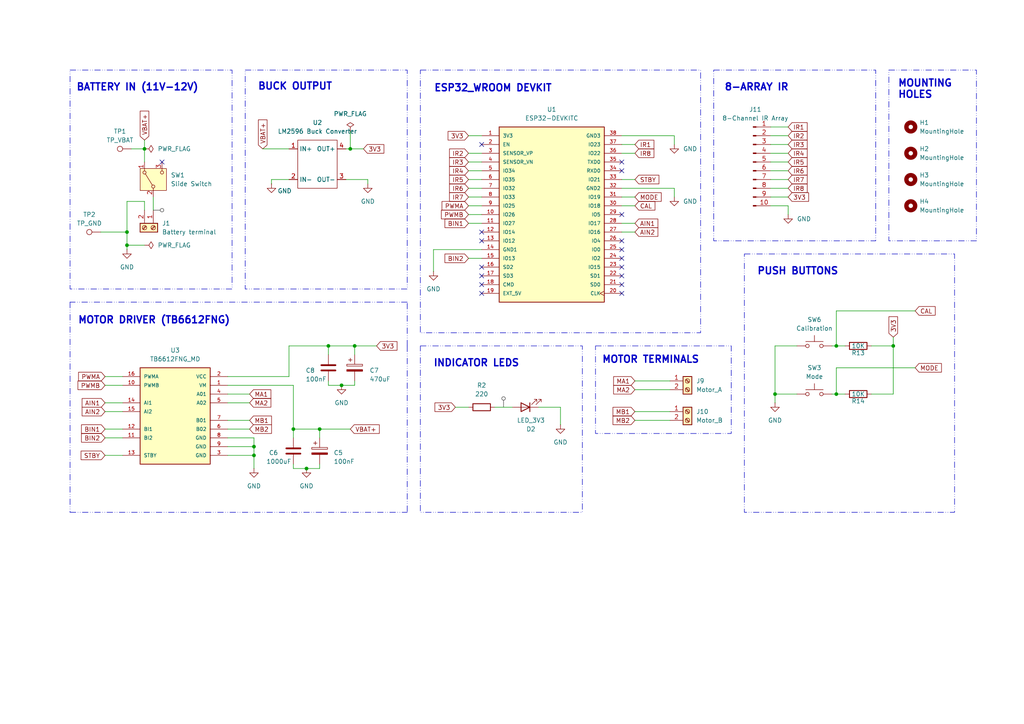
<source format=kicad_sch>
(kicad_sch (version 20250114) (generator "eeschema") (generator_version "9.0")
  (paper "A4")
  (title_block (title "Line Follower") (date "2026-02-05") (rev "v1.0"))
  (lib_symbols
    (symbol "Connector:Conn_01x10_Pin" (pin_names (offset 1.016) (hide yes))
      (property "Reference" "J" (at 0 12.7 0))
      (property "Value" "Conn_01x10_Pin" (at 0 -15.24 0))
      (symbol "Conn_01x10_Pin_1_1"
        (rectangle (start 0.8636 10.287) (end 0 10.033) (stroke (width 0.1524)) (fill (type outline)))
        (rectangle (start 0.8636 7.747) (end 0 7.493) (stroke (width 0.1524)) (fill (type outline)))
        (rectangle (start 0.8636 5.207) (end 0 4.953) (stroke (width 0.1524)) (fill (type outline)))
        (rectangle (start 0.8636 2.667) (end 0 2.413) (stroke (width 0.1524)) (fill (type outline)))
        (rectangle (start 0.8636 0.127) (end 0 -0.127) (stroke (width 0.1524)) (fill (type outline)))
        (rectangle (start 0.8636 -2.413) (end 0 -2.667) (stroke (width 0.1524)) (fill (type outline)))
        (rectangle (start 0.8636 -4.953) (end 0 -5.207) (stroke (width 0.1524)) (fill (type outline)))
        (rectangle (start 0.8636 -7.493) (end 0 -7.747) (stroke (width 0.1524)) (fill (type outline)))
        (rectangle (start 0.8636 -10.033) (end 0 -10.287) (stroke (width 0.1524)) (fill (type outline)))
        (rectangle (start 0.8636 -12.573) (end 0 -12.827) (stroke (width 0.1524)) (fill (type outline)))
        (polyline (pts (xy 1.27 10.16) (xy 0.8636 10.16)) (stroke (width 0.1524)))
        (polyline (pts (xy 1.27 7.62) (xy 0.8636 7.62)) (stroke (width 0.1524)))
        (polyline (pts (xy 1.27 5.08) (xy 0.8636 5.08)) (stroke (width 0.1524)))
        (polyline (pts (xy 1.27 2.54) (xy 0.8636 2.54)) (stroke (width 0.1524)))
        (polyline (pts (xy 1.27 0) (xy 0.8636 0)) (stroke (width 0.1524)))
        (polyline (pts (xy 1.27 -2.54) (xy 0.8636 -2.54)) (stroke (width 0.1524)))
        (polyline (pts (xy 1.27 -5.08) (xy 0.8636 -5.08)) (stroke (width 0.1524)))
        (polyline (pts (xy 1.27 -7.62) (xy 0.8636 -7.62)) (stroke (width 0.1524)))
        (polyline (pts (xy 1.27 -10.16) (xy 0.8636 -10.16)) (stroke (width 0.1524)))
        (polyline (pts (xy 1.27 -12.7) (xy 0.8636 -12.7)) (stroke (width 0.1524)))
        (pin passive line (at 5.08 10.16 180) (length 3.81) (name "Pin_1") (number "1"))
        (pin passive line (at 5.08 7.62 180) (length 3.81) (name "Pin_2") (number "2"))
        (pin passive line (at 5.08 5.08 180) (length 3.81) (name "Pin_3") (number "3"))
        (pin passive line (at 5.08 2.54 180) (length 3.81) (name "Pin_4") (number "4"))
        (pin passive line (at 5.08 0 180) (length 3.81) (name "Pin_5") (number "5"))
        (pin passive line (at 5.08 -2.54 180) (length 3.81) (name "Pin_6") (number "6"))
        (pin passive line (at 5.08 -5.08 180) (length 3.81) (name "Pin_7") (number "7"))
        (pin passive line (at 5.08 -7.62 180) (length 3.81) (name "Pin_8") (number "8"))
        (pin passive line (at 5.08 -10.16 180) (length 3.81) (name "Pin_9") (number "9"))
        (pin passive line (at 5.08 -12.7 180) (length 3.81) (name "Pin_10") (number "10"))
      )
    )
    (symbol "Connector:Screw_Terminal_01x02" (pin_names (offset 1.016) (hide yes))
      (property "Reference" "J" (at 0 2.54 0))
      (property "Value" "Screw_Terminal_01x02" (at 0 -5.08 0))
      (symbol "Screw_Terminal_01x02_1_1"
        (rectangle (start -1.27 1.27) (end 1.27 -3.81) (stroke (width 0.254)) (fill (type background)))
        (polyline (pts (xy -0.5334 0.3302) (xy 0.3302 -0.508)) (stroke (width 0.1524)))
        (polyline (pts (xy -0.5334 -2.2098) (xy 0.3302 -3.048)) (stroke (width 0.1524)))
        (polyline (pts (xy -0.3556 0.508) (xy 0.508 -0.3302)) (stroke (width 0.1524)))
        (polyline (pts (xy -0.3556 -2.032) (xy 0.508 -2.8702)) (stroke (width 0.1524)))
        (circle (center 0 0) (radius 0.635) (stroke (width 0.1524)))
        (circle (center 0 -2.54) (radius 0.635) (stroke (width 0.1524)))
        (pin passive line (at -5.08 0 0) (length 3.81) (name "Pin_1") (number "1"))
        (pin passive line (at -5.08 -2.54 0) (length 3.81) (name "Pin_2") (number "2"))
      )
    )
    (symbol "Connector:TestPoint" (pin_numbers (hide yes)) (pin_names (offset 0.762) (hide yes))
      (property "Reference" "TP" (at 0 6.858 0))
      (property "Value" "TestPoint" (at 0 5.08 0))
      (symbol "TestPoint_0_1"
        (circle (center 0 3.302) (radius 0.762))
      )
      (symbol "TestPoint_1_1"
        (pin passive line (at 0 0 90) (length 2.54) (name "1") (number "1"))
      )
    )
    (symbol "Device:C" (pin_numbers (hide yes)) (pin_names (offset 0.254))
      (property "Reference" "C" (at 0.635 2.54 0))
      (property "Value" "C" (at 0.635 -2.54 0))
      (symbol "C_0_1"
        (polyline (pts (xy -2.032 0.762) (xy 2.032 0.762)) (stroke (width 0.508)))
        (polyline (pts (xy -2.032 -0.762) (xy 2.032 -0.762)) (stroke (width 0.508)))
      )
      (symbol "C_1_1"
        (pin passive line (at 0 3.81 270) (length 2.794) (name "~") (number "1"))
        (pin passive line (at 0 -3.81 90) (length 2.794) (name "~") (number "2"))
      )
    )
    (symbol "Device:C_Polarized" (pin_numbers (hide yes)) (pin_names (offset 0.254))
      (property "Reference" "C" (at 0.635 2.54 0))
      (property "Value" "C_Polarized" (at 0.635 -2.54 0))
      (symbol "C_Polarized_0_1"
        (rectangle (start -2.286 0.508) (end 2.286 1.016))
        (polyline (pts (xy -1.778 2.286) (xy -0.762 2.286)))
        (polyline (pts (xy -1.27 2.794) (xy -1.27 1.778)))
        (rectangle (start 2.286 -0.508) (end -2.286 -1.016) (fill (type outline)))
      )
      (symbol "C_Polarized_1_1"
        (pin passive line (at 0 3.81 270) (length 2.794) (name "~") (number "1"))
        (pin passive line (at 0 -3.81 90) (length 2.794) (name "~") (number "2"))
      )
    )
    (symbol "Device:LED" (pin_numbers (hide yes)) (pin_names (offset 1.016) (hide yes))
      (property "Reference" "D" (at 0 2.54 0))
      (property "Value" "LED" (at 0 -2.54 0))
      (symbol "LED_0_1"
        (polyline (pts (xy -3.048 -0.762) (xy -4.572 -2.286) (xy -3.81 -2.286) (xy -4.572 -2.286) (xy -4.572 -1.524)))
        (polyline (pts (xy -1.778 -0.762) (xy -3.302 -2.286) (xy -2.54 -2.286) (xy -3.302 -2.286) (xy -3.302 -1.524)))
        (polyline (pts (xy -1.27 0) (xy 1.27 0)))
        (polyline (pts (xy -1.27 -1.27) (xy -1.27 1.27)) (stroke (width 0.254)))
        (polyline (pts (xy 1.27 -1.27) (xy 1.27 1.27) (xy -1.27 0) (xy 1.27 -1.27)) (stroke (width 0.254)))
      )
      (symbol "LED_1_1"
        (pin passive line (at -3.81 0 0) (length 2.54) (name "K") (number "1"))
        (pin passive line (at 3.81 0 180) (length 2.54) (name "A") (number "2"))
      )
    )
    (symbol "Device:R" (pin_numbers (hide yes)) (pin_names (offset 0))
      (property "Reference" "R" (at 2.032 0 90))
      (property "Value" "R" (at 0 0 90))
      (symbol "R_0_1"
        (rectangle (start -1.016 -2.54) (end 1.016 2.54) (stroke (width 0.254)))
      )
      (symbol "R_1_1"
        (pin passive line (at 0 3.81 270) (length 1.27) (name "~") (number "1"))
        (pin passive line (at 0 -3.81 90) (length 1.27) (name "~") (number "2"))
      )
    )
    (symbol "ESP32-DEVKITC:ESP32-DEVKITC" (pin_names (offset 1.016))
      (property "Reference" "U" (at -15.2572 26.0643 0))
      (property "Value" "ESP32-DEVKITC" (at -15.2563 -27.9698 0))
      (symbol "ESP32-DEVKITC_0_0"
        (rectangle (start -15.24 -25.4) (end 15.24 25.4) (stroke (width 0.254)) (fill (type background)))
        (pin power_in line (at -20.32 22.86 0) (length 5.08) (name "3V3") (number "1"))
        (pin input line (at -20.32 20.32 0) (length 5.08) (name "EN") (number "2"))
        (pin input line (at -20.32 17.78 0) (length 5.08) (name "SENSOR_VP") (number "3"))
        (pin input line (at -20.32 15.24 0) (length 5.08) (name "SENSOR_VN") (number "4"))
        (pin bidirectional line (at -20.32 12.7 0) (length 5.08) (name "IO34") (number "5"))
        (pin bidirectional line (at -20.32 10.16 0) (length 5.08) (name "IO35") (number "6"))
        (pin bidirectional line (at -20.32 7.62 0) (length 5.08) (name "IO32") (number "7"))
        (pin bidirectional line (at -20.32 5.08 0) (length 5.08) (name "IO33") (number "8"))
        (pin bidirectional line (at -20.32 2.54 0) (length 5.08) (name "IO25") (number "9"))
        (pin bidirectional line (at -20.32 0 0) (length 5.08) (name "IO26") (number "10"))
        (pin bidirectional line (at -20.32 -2.54 0) (length 5.08) (name "IO27") (number "11"))
        (pin bidirectional line (at -20.32 -5.08 0) (length 5.08) (name "IO14") (number "12"))
        (pin bidirectional line (at -20.32 -7.62 0) (length 5.08) (name "IO12") (number "13"))
        (pin power_in line (at -20.32 -10.16 0) (length 5.08) (name "GND1") (number "14"))
        (pin bidirectional line (at -20.32 -12.7 0) (length 5.08) (name "IO13") (number "15"))
        (pin bidirectional line (at -20.32 -15.24 0) (length 5.08) (name "SD2") (number "16"))
        (pin bidirectional line (at -20.32 -17.78 0) (length 5.08) (name "SD3") (number "17"))
        (pin bidirectional line (at -20.32 -20.32 0) (length 5.08) (name "CMD") (number "18"))
        (pin power_in line (at -20.32 -22.86 0) (length 5.08) (name "EXT_5V") (number "19"))
        (pin power_in line (at 20.32 22.86 180) (length 5.08) (name "GND3") (number "38"))
        (pin bidirectional line (at 20.32 20.32 180) (length 5.08) (name "IO23") (number "37"))
        (pin bidirectional line (at 20.32 17.78 180) (length 5.08) (name "IO22") (number "36"))
        (pin output line (at 20.32 15.24 180) (length 5.08) (name "TXD0") (number "35"))
        (pin input line (at 20.32 12.7 180) (length 5.08) (name "RXD0") (number "34"))
        (pin bidirectional line (at 20.32 10.16 180) (length 5.08) (name "IO21") (number "33"))
        (pin power_in line (at 20.32 7.62 180) (length 5.08) (name "GND2") (number "32"))
        (pin bidirectional line (at 20.32 5.08 180) (length 5.08) (name "IO19") (number "31"))
        (pin bidirectional line (at 20.32 2.54 180) (length 5.08) (name "IO18") (number "30"))
        (pin bidirectional line (at 20.32 0 180) (length 5.08) (name "IO5") (number "29"))
        (pin bidirectional line (at 20.32 -2.54 180) (length 5.08) (name "IO17") (number "28"))
        (pin bidirectional line (at 20.32 -5.08 180) (length 5.08) (name "IO16") (number "27"))
        (pin bidirectional line (at 20.32 -7.62 180) (length 5.08) (name "IO4") (number "26"))
        (pin bidirectional line (at 20.32 -10.16 180) (length 5.08) (name "IO0") (number "25"))
        (pin bidirectional line (at 20.32 -12.7 180) (length 5.08) (name "IO2") (number "24"))
        (pin bidirectional line (at 20.32 -15.24 180) (length 5.08) (name "IO15") (number "23"))
        (pin bidirectional line (at 20.32 -17.78 180) (length 5.08) (name "SD1") (number "22"))
        (pin bidirectional line (at 20.32 -20.32 180) (length 5.08) (name "SD0") (number "21"))
        (pin input clock (at 20.32 -22.86 180) (length 5.08) (name "CLK") (number "20"))
      )
    )
    (symbol "Mechanical:MountingHole" (pin_names (offset 1.016)) (in_bom no)
      (property "Reference" "H" (at 0 5.08 0))
      (property "Value" "MountingHole" (at 0 3.175 0))
      (symbol "MountingHole_0_1"
        (circle (center 0 0) (radius 1.27) (stroke (width 1.27)))
      )
    )
    (symbol "Switch:SW_Push" (pin_numbers (hide yes)) (pin_names (offset 1.016) (hide yes))
      (property "Reference" "SW" (at 1.27 2.54 0))
      (property "Value" "SW_Push" (at 0 -1.524 0))
      (symbol "SW_Push_0_1"
        (circle (center -2.032 0) (radius 0.508))
        (polyline (pts (xy 0 1.27) (xy 0 3.048)))
        (circle (center 2.032 0) (radius 0.508))
        (polyline (pts (xy 2.54 1.27) (xy -2.54 1.27)))
        (pin passive line (at -5.08 0 0) (length 2.54) (name "1") (number "1"))
        (pin passive line (at 5.08 0 180) (length 2.54) (name "2") (number "2"))
      )
    )
    (symbol "Switch:SW_SPDT" (pin_names (offset 0) (hide yes))
      (property "Reference" "SW" (at 0 5.08 0))
      (property "Value" "SW_SPDT" (at 0 -5.08 0))
      (symbol "SW_SPDT_0_1"
        (circle (center -2.032 0) (radius 0.4572))
        (polyline (pts (xy -1.651 0.254) (xy 1.651 2.286)))
        (circle (center 2.032 2.54) (radius 0.4572))
        (circle (center 2.032 -2.54) (radius 0.4572))
      )
      (symbol "SW_SPDT_1_1"
        (rectangle (start -3.175 3.81) (end 3.175 -3.81) (fill (type background)))
        (pin passive line (at -5.08 0 0) (length 2.54) (name "B") (number "2"))
        (pin passive line (at 5.08 2.54 180) (length 2.54) (name "A") (number "1"))
        (pin passive line (at 5.08 -2.54 180) (length 2.54) (name "C") (number "3"))
      )
    )
    (symbol "TB6612FNG:TB6612FNG_MD" (pin_names (offset 1.016))
      (property "Reference" "U" (at -9.652 17.018 0))
      (property "Value" "TB6612FNG_MD" (at -15.494 19.558 0))
      (symbol "TB6612FNG_MD_0_0"
        (rectangle (start -10.16 15.24) (end 10.16 -12.7) (stroke (width 0.254)) (fill (type background)))
        (pin input line (at -15.24 12.7 0) (length 5.08) (name "PWMA") (number "16"))
        (pin input line (at -15.24 10.16 0) (length 5.08) (name "PWMB") (number "10"))
        (pin input line (at -15.24 5.08 0) (length 5.08) (name "AI1") (number "14"))
        (pin input line (at -15.24 2.54 0) (length 5.08) (name "AI2") (number "15"))
        (pin input line (at -15.24 -2.54 0) (length 5.08) (name "BI1") (number "12"))
        (pin input line (at -15.24 -5.08 0) (length 5.08) (name "BI2") (number "11"))
        (pin input line (at -15.24 -10.16 0) (length 5.08) (name "STBY") (number "13"))
        (pin power_in line (at 15.24 12.7 180) (length 5.08) (name "VCC") (number "2"))
        (pin power_in line (at 15.24 10.16 180) (length 5.08) (name "VM") (number "1"))
        (pin output line (at 15.24 7.62 180) (length 5.08) (name "A01") (number "4"))
        (pin output line (at 15.24 5.08 180) (length 5.08) (name "A02") (number "5"))
        (pin output line (at 15.24 0 180) (length 5.08) (name "B01") (number "7"))
        (pin output line (at 15.24 -2.54 180) (length 5.08) (name "B02") (number "6"))
        (pin power_in line (at 15.24 -10.16 180) (length 5.08) (name "GND") (number "3"))
      )
      (symbol "TB6612FNG_MD_1_1"
        (pin power_in line (at 15.24 -5.08 180) (length 5.08) (name "GND") (number "8"))
        (pin power_in line (at 15.24 -7.62 180) (length 5.08) (name "GND") (number "9"))
      )
    )
    (symbol "buck_converter:LM2596_Module"
      (property "Reference" "U" (at 5.08 3.81 0))
      (property "Value" "LM2596 Buck Converter" (at 6.35 1.778 0))
      (symbol "LM2596_Module_0_1"
        (rectangle (start 0 0) (end 11.43 -13.97))
      )
      (symbol "LM2596_Module_1_1"
        (pin passive line (at -2.54 -2.54 0) (length 2.54) (name "IN+") (number "1"))
        (pin passive line (at -2.54 -11.43 0) (length 2.54) (name "IN-") (number "2"))
        (pin passive line (at 13.97 -2.54 180) (length 2.54) (name "OUT+") (number "4"))
        (pin passive line (at 13.97 -11.43 180) (length 2.54) (name "OUT-") (number "3"))
      )
    )
    (symbol "power:GND" (power) (pin_numbers (hide yes)) (pin_names (offset 0) (hide yes))
      (property "Value" "GND" (at 0 -3.81 0))
      (symbol "GND_0_1"
        (polyline (pts (xy 0 0) (xy 0 -1.27) (xy 1.27 -1.27) (xy 0 -2.54) (xy -1.27 -1.27) (xy 0 -1.27)))
      )
      (symbol "GND_1_1"
        (pin power_in line (at 0 0 270) (length 0) (name "~") (number "1"))
      )
    )
    (symbol "power:PWR_FLAG" (power) (pin_numbers (hide yes)) (pin_names (offset 0) (hide yes))
      (property "Value" "PWR_FLAG" (at 0 3.81 0))
      (symbol "PWR_FLAG_0_0"
        (pin power_out line (at 0 0 90) (length 0) (name "~") (number "1"))
      )
      (symbol "PWR_FLAG_0_1"
        (polyline (pts (xy 0 0) (xy 0 1.27) (xy -1.016 1.905) (xy 0 2.54) (xy 1.016 1.905) (xy 0 1.27)))
      )
    )
  )
  (rectangle (start 121.92 20.32) (end 203.2 96.52) (stroke (width 0) (type dash_dot_dot)))
  (rectangle (start 207.01 20.32) (end 254 69.85) (stroke (width 0) (type dash_dot_dot)))
  (rectangle (start 71.12 20.32) (end 118.11 83.82) (stroke (width 0) (type dash_dot_dot)))
  (rectangle (start 215.9 73.66) (end 276.86 148.59) (stroke (width 0) (type dash_dot_dot)))
  (rectangle (start 20.32 20.32) (end 67.31 83.82) (stroke (width 0) (type dash_dot_dot)))
  (rectangle (start 257.81 20.32) (end 283.21 69.85) (stroke (width 0) (type dash_dot_dot)))
  (rectangle (start 121.92 100.33) (end 168.91 148.59) (stroke (width 0) (type dash_dot_dot)))
  (rectangle (start 172.72 100.33) (end 212.09 125.73) (stroke (width 0) (type dash_dot_dot)))
  (text "BUCK OUTPUT\n" (at 85.598 25.146 0) (effects (font (size 2.032 2.032) (thickness 0.4064) (bold yes))))
  (text "8-ARRAY IR" (at 219.456 25.4 0) (effects (font (size 2.032 2.032) (thickness 0.4064) (bold yes))))
  (text "MOUNTING \nHOLES" (at 260.35 25.908 0) (effects (font (size 2.032 2.032) (thickness 0.4064) (bold yes)) (justify left)))
  (text "MOTOR TERMINALS" (at 188.722 104.394 0) (effects (font (size 2.032 2.032) (thickness 0.4064) (bold yes))))
  (text "INDICATOR LEDS" (at 138.176 105.41 0) (effects (font (size 2.032 2.032) (thickness 0.4064) (bold yes))))
  (text "BATTERY IN (11V-12V)" (at 39.878 25.4 0) (effects (font (size 2.032 2.032) (thickness 0.4064) (bold yes))))
  (text "PUSH BUTTONS" (at 231.394 78.74 0) (effects (font (size 2.032 2.032) (thickness 0.4064) (bold yes))))
  (text "MOTOR DRIVER (TB6612FNG)" (at 44.704 92.964 0) (effects (font (size 2.032 2.032) (thickness 0.4064) (bold yes))))
  (text "ESP32_WROOM DEVKIT" (at 143.002 25.654 0) (effects (font (size 2.032 2.032) (thickness 0.4064) (bold yes))))
  (junction (at 41.91 43.18))
  (junction (at 36.83 67.31))
  (junction (at 95.25 100.33))
  (junction (at 102.87 100.33))
  (junction (at 101.6 43.18))
  (junction (at 85.09 124.46))
  (junction (at 242.57 100.33))
  (junction (at 36.83 71.12))
  (junction (at 259.08 100.33))
  (junction (at 73.66 132.08))
  (junction (at 99.06 111.76))
  (junction (at 88.9 135.89))
  (junction (at 73.66 129.54))
  (junction (at 92.71 124.46))
  (junction (at 242.57 114.3))
  (junction (at 224.79 114.3))
  (no_connect (at 139.7 67.31))
  (no_connect (at 180.34 77.47))
  (no_connect (at 180.34 80.01))
  (no_connect (at 180.34 82.55))
  (no_connect (at 180.34 69.85))
  (no_connect (at 180.34 49.53))
  (no_connect (at 139.7 41.91))
  (no_connect (at 139.7 85.09))
  (no_connect (at 46.99 46.99))
  (no_connect (at 139.7 82.55))
  (no_connect (at 180.34 72.39))
  (no_connect (at 180.34 62.23))
  (no_connect (at 180.34 46.99))
  (no_connect (at 180.34 85.09))
  (no_connect (at 139.7 69.85))
  (no_connect (at 139.7 77.47))
  (no_connect (at 139.7 80.01))
  (no_connect (at 180.34 74.93))
  (polyline (pts (xy 20.32 87.63) (xy 20.32 148.59)) (stroke (width 0) (type dash_dot_dot)))
  (wire (pts (xy 223.52 49.53) (xy 228.6 49.53)))
  (wire (pts (xy 102.87 100.33) (xy 95.25 100.33)))
  (wire (pts (xy 259.08 97.79) (xy 259.08 100.33)))
  (wire (pts (xy 223.52 59.69) (xy 228.6 59.69)))
  (wire (pts (xy 180.34 57.15) (xy 184.15 57.15)))
  (wire (pts (xy 66.04 129.54) (xy 73.66 129.54)))
  (wire (pts (xy 184.15 119.38) (xy 194.31 119.38)))
  (wire (pts (xy 265.43 106.68) (xy 242.57 106.68)))
  (wire (pts (xy 101.6 38.1) (xy 101.6 43.18)))
  (wire (pts (xy 101.6 43.18) (xy 105.41 43.18)))
  (wire (pts (xy 195.58 39.37) (xy 180.34 39.37)))
  (wire (pts (xy 135.89 59.69) (xy 139.7 59.69)))
  (wire (pts (xy 36.83 71.12) (xy 41.91 71.12)))
  (wire (pts (xy 38.1 43.18) (xy 41.91 43.18)))
  (wire (pts (xy 66.04 132.08) (xy 73.66 132.08)))
  (polyline (pts (xy 118.11 100.33) (xy 118.11 100.33)) (stroke (width 0) (type dash_dot_dot)))
  (wire (pts (xy 135.89 52.07) (xy 139.7 52.07)))
  (wire (pts (xy 135.89 49.53) (xy 139.7 49.53)))
  (wire (pts (xy 99.06 111.76) (xy 102.87 111.76)))
  (wire (pts (xy 195.58 57.15) (xy 195.58 54.61)))
  (wire (pts (xy 41.91 60.96) (xy 41.91 58.42)))
  (wire (pts (xy 106.68 52.07) (xy 100.33 52.07)))
  (wire (pts (xy 223.52 46.99) (xy 228.6 46.99)))
  (wire (pts (xy 95.25 100.33) (xy 95.25 102.87)))
  (wire (pts (xy 184.15 121.92) (xy 194.31 121.92)))
  (wire (pts (xy 41.91 43.18) (xy 41.91 46.99)))
  (wire (pts (xy 30.48 116.84) (xy 35.56 116.84)))
  (polyline (pts (xy 20.32 148.59) (xy 118.11 148.59)) (stroke (width 0) (type dash_dot_dot)))
  (wire (pts (xy 135.89 64.77) (xy 139.7 64.77)))
  (wire (pts (xy 135.89 62.23) (xy 139.7 62.23)))
  (wire (pts (xy 95.25 111.76) (xy 99.06 111.76)))
  (wire (pts (xy 36.83 71.12) (xy 36.83 72.39)))
  (wire (pts (xy 135.89 44.45) (xy 139.7 44.45)))
  (wire (pts (xy 30.48 127) (xy 35.56 127)))
  (wire (pts (xy 184.15 110.49) (xy 194.31 110.49)))
  (wire (pts (xy 223.52 36.83) (xy 228.6 36.83)))
  (wire (pts (xy 83.82 100.33) (xy 83.82 109.22)))
  (wire (pts (xy 92.71 124.46) (xy 92.71 127)))
  (wire (pts (xy 242.57 106.68) (xy 242.57 114.3)))
  (wire (pts (xy 125.73 78.74) (xy 125.73 72.39)))
  (wire (pts (xy 106.68 53.34) (xy 106.68 52.07)))
  (wire (pts (xy 78.74 53.34) (xy 78.74 52.07)))
  (wire (pts (xy 180.34 67.31) (xy 184.15 67.31)))
  (wire (pts (xy 44.45 57.15) (xy 44.45 60.96)))
  (wire (pts (xy 135.89 57.15) (xy 139.7 57.15)))
  (wire (pts (xy 66.04 124.46) (xy 72.39 124.46)))
  (wire (pts (xy 180.34 44.45) (xy 184.15 44.45)))
  (wire (pts (xy 184.15 113.03) (xy 194.31 113.03)))
  (wire (pts (xy 135.89 54.61) (xy 139.7 54.61)))
  (wire (pts (xy 224.79 114.3) (xy 231.14 114.3)))
  (wire (pts (xy 180.34 41.91) (xy 184.15 41.91)))
  (polyline (pts (xy 118.11 87.63) (xy 20.32 87.63)) (stroke (width 0) (type dash_dot_dot)))
  (wire (pts (xy 135.89 46.99) (xy 139.7 46.99)))
  (wire (pts (xy 29.21 67.31) (xy 36.83 67.31)))
  (wire (pts (xy 259.08 100.33) (xy 259.08 114.3)))
  (wire (pts (xy 135.89 74.93) (xy 139.7 74.93)))
  (wire (pts (xy 228.6 59.69) (xy 228.6 62.23)))
  (wire (pts (xy 92.71 135.89) (xy 92.71 134.62)))
  (wire (pts (xy 224.79 114.3) (xy 224.79 116.84)))
  (wire (pts (xy 83.82 109.22) (xy 66.04 109.22)))
  (wire (pts (xy 30.48 132.08) (xy 35.56 132.08)))
  (wire (pts (xy 223.52 44.45) (xy 228.6 44.45)))
  (wire (pts (xy 30.48 119.38) (xy 35.56 119.38)))
  (wire (pts (xy 73.66 129.54) (xy 73.66 132.08)))
  (wire (pts (xy 223.52 54.61) (xy 228.6 54.61)))
  (wire (pts (xy 85.09 127) (xy 85.09 124.46)))
  (wire (pts (xy 85.09 111.76) (xy 85.09 124.46)))
  (wire (pts (xy 252.73 100.33) (xy 259.08 100.33)))
  (wire (pts (xy 88.9 135.89) (xy 92.71 135.89)))
  (polyline (pts (xy 118.11 100.33) (xy 118.11 148.59)) (stroke (width 0) (type dash_dot_dot)))
  (wire (pts (xy 36.83 67.31) (xy 36.83 71.12)))
  (wire (pts (xy 30.48 111.76) (xy 35.56 111.76)))
  (wire (pts (xy 180.34 59.69) (xy 184.15 59.69)))
  (wire (pts (xy 95.25 110.49) (xy 95.25 111.76)))
  (wire (pts (xy 30.48 109.22) (xy 35.56 109.22)))
  (wire (pts (xy 223.52 52.07) (xy 228.6 52.07)))
  (wire (pts (xy 83.82 100.33) (xy 95.25 100.33)))
  (wire (pts (xy 162.56 118.11) (xy 162.56 123.19)))
  (wire (pts (xy 73.66 132.08) (xy 73.66 135.89)))
  (wire (pts (xy 241.3 100.33) (xy 242.57 100.33)))
  (wire (pts (xy 30.48 124.46) (xy 35.56 124.46)))
  (wire (pts (xy 85.09 135.89) (xy 88.9 135.89)))
  (wire (pts (xy 224.79 100.33) (xy 224.79 114.3)))
  (wire (pts (xy 156.21 118.11) (xy 162.56 118.11)))
  (wire (pts (xy 66.04 114.3) (xy 72.39 114.3)))
  (wire (pts (xy 78.74 52.07) (xy 83.82 52.07)))
  (wire (pts (xy 66.04 116.84) (xy 72.39 116.84)))
  (wire (pts (xy 102.87 102.87) (xy 102.87 100.33)))
  (wire (pts (xy 109.22 100.33) (xy 102.87 100.33)))
  (wire (pts (xy 76.2 43.18) (xy 83.82 43.18)))
  (wire (pts (xy 242.57 90.17) (xy 242.57 100.33)))
  (wire (pts (xy 252.73 114.3) (xy 259.08 114.3)))
  (wire (pts (xy 135.89 39.37) (xy 139.7 39.37)))
  (wire (pts (xy 100.33 43.18) (xy 101.6 43.18)))
  (wire (pts (xy 66.04 127) (xy 73.66 127)))
  (wire (pts (xy 85.09 134.62) (xy 85.09 135.89)))
  (wire (pts (xy 223.52 57.15) (xy 228.6 57.15)))
  (wire (pts (xy 180.34 64.77) (xy 184.15 64.77)))
  (wire (pts (xy 73.66 127) (xy 73.66 129.54)))
  (wire (pts (xy 265.43 90.17) (xy 242.57 90.17)))
  (wire (pts (xy 223.52 39.37) (xy 228.6 39.37)))
  (wire (pts (xy 41.91 58.42) (xy 36.83 58.42)))
  (wire (pts (xy 66.04 111.76) (xy 85.09 111.76)))
  (wire (pts (xy 143.51 118.11) (xy 148.59 118.11)))
  (wire (pts (xy 180.34 52.07) (xy 184.15 52.07)))
  (wire (pts (xy 102.87 111.76) (xy 102.87 110.49)))
  (wire (pts (xy 242.57 114.3) (xy 245.11 114.3)))
  (wire (pts (xy 132.08 118.11) (xy 135.89 118.11)))
  (wire (pts (xy 85.09 124.46) (xy 92.71 124.46)))
  (polyline (pts (xy 118.11 100.33) (xy 118.11 87.63)) (stroke (width 0) (type dash_dot_dot)))
  (wire (pts (xy 101.6 124.46) (xy 92.71 124.46)))
  (wire (pts (xy 41.91 40.64) (xy 41.91 43.18)))
  (wire (pts (xy 66.04 121.92) (xy 72.39 121.92)))
  (wire (pts (xy 223.52 41.91) (xy 228.6 41.91)))
  (wire (pts (xy 242.57 100.33) (xy 245.11 100.33)))
  (wire (pts (xy 36.83 58.42) (xy 36.83 67.31)))
  (wire (pts (xy 241.3 114.3) (xy 242.57 114.3)))
  (wire (pts (xy 224.79 100.33) (xy 231.14 100.33)))
  (wire (pts (xy 195.58 54.61) (xy 180.34 54.61)))
  (wire (pts (xy 125.73 72.39) (xy 139.7 72.39)))
  (wire (pts (xy 195.58 41.91) (xy 195.58 39.37)))
  (global_label "PWMB" (shape input) (at 135.89 62.23 180) (property "Intersheetrefs" "${INTERSHEET_REFS}" (effects (hide yes))))
  (global_label "PWMB" (shape input) (at 30.48 111.76 180) (property "Intersheetrefs" "${INTERSHEET_REFS}" (effects (hide yes))))
  (global_label "MA1" (shape input) (at 72.39 114.3 0) (property "Intersheetrefs" "${INTERSHEET_REFS}" (effects (hide yes))))
  (global_label "MA1" (shape input) (at 184.15 110.49 180) (property "Intersheetrefs" "${INTERSHEET_REFS}" (effects (hide yes))))
  (global_label "3V3" (shape input) (at 259.08 97.79 90) (property "Intersheetrefs" "${INTERSHEET_REFS}" (effects (hide yes))))
  (global_label "MA2" (shape input) (at 72.39 116.84 0) (property "Intersheetrefs" "${INTERSHEET_REFS}" (effects (hide yes))))
  (global_label "IR5" (shape input) (at 228.6 46.99 0) (property "Intersheetrefs" "${INTERSHEET_REFS}" (effects (hide yes))))
  (global_label "3V3" (shape input) (at 105.41 43.18 0) (property "Intersheetrefs" "${INTERSHEET_REFS}" (effects (hide yes))))
  (global_label "CAL" (shape input) (at 184.15 59.69 0) (property "Intersheetrefs" "${INTERSHEET_REFS}" (effects (hide yes))))
  (global_label "3V3" (shape input) (at 109.22 100.33 0) (property "Intersheetrefs" "${INTERSHEET_REFS}" (effects (hide yes))))
  (global_label "IR6" (shape input) (at 135.89 54.61 180) (property "Intersheetrefs" "${INTERSHEET_REFS}" (effects (hide yes))))
  (global_label "MB2" (shape input) (at 72.39 124.46 0) (property "Intersheetrefs" "${INTERSHEET_REFS}" (effects (hide yes))))
  (global_label "MODE" (shape input) (at 265.43 106.68 0) (property "Intersheetrefs" "${INTERSHEET_REFS}" (effects (hide yes))))
  (global_label "MA2" (shape input) (at 184.15 113.03 180) (property "Intersheetrefs" "${INTERSHEET_REFS}" (effects (hide yes))))
  (global_label "IR7" (shape input) (at 135.89 57.15 180) (property "Intersheetrefs" "${INTERSHEET_REFS}" (effects (hide yes))))
  (global_label "VBAT+" (shape input) (at 76.2 43.18 90) (property "Intersheetrefs" "${INTERSHEET_REFS}" (effects (hide yes))))
  (global_label "IR7" (shape input) (at 228.6 52.07 0) (property "Intersheetrefs" "${INTERSHEET_REFS}" (effects (hide yes))))
  (global_label "MB2" (shape input) (at 184.15 121.92 180) (property "Intersheetrefs" "${INTERSHEET_REFS}" (effects (hide yes))))
  (global_label "IR2" (shape input) (at 228.6 39.37 0) (property "Intersheetrefs" "${INTERSHEET_REFS}" (effects (hide yes))))
  (global_label "STBY" (shape input) (at 184.15 52.07 0) (property "Intersheetrefs" "${INTERSHEET_REFS}" (effects (hide yes))))
  (global_label "CAL" (shape input) (at 265.43 90.17 0) (property "Intersheetrefs" "${INTERSHEET_REFS}" (effects (hide yes))))
  (global_label "IR3" (shape input) (at 228.6 41.91 0) (property "Intersheetrefs" "${INTERSHEET_REFS}" (effects (hide yes))))
  (global_label "AIN2" (shape input) (at 30.48 119.38 180) (property "Intersheetrefs" "${INTERSHEET_REFS}" (effects (hide yes))))
  (global_label "3V3" (shape input) (at 135.89 39.37 180) (property "Intersheetrefs" "${INTERSHEET_REFS}" (effects (hide yes))))
  (global_label "3V3" (shape input) (at 132.08 118.11 180) (property "Intersheetrefs" "${INTERSHEET_REFS}" (effects (hide yes))))
  (global_label "PWMA" (shape input) (at 135.89 59.69 180) (property "Intersheetrefs" "${INTERSHEET_REFS}" (effects (hide yes))))
  (global_label "AIN1" (shape input) (at 184.15 64.77 0) (property "Intersheetrefs" "${INTERSHEET_REFS}" (effects (hide yes))))
  (global_label "BIN1" (shape input) (at 135.89 64.77 180) (property "Intersheetrefs" "${INTERSHEET_REFS}" (effects (hide yes))))
  (global_label "MODE" (shape input) (at 184.15 57.15 0) (property "Intersheetrefs" "${INTERSHEET_REFS}" (effects (hide yes))))
  (global_label "3V3" (shape input) (at 228.6 57.15 0) (property "Intersheetrefs" "${INTERSHEET_REFS}" (effects (hide yes))))
  (global_label "VBAT+" (shape input) (at 41.91 40.64 90) (property "Intersheetrefs" "${INTERSHEET_REFS}" (effects (hide yes))))
  (global_label "IR1" (shape input) (at 184.15 41.91 0) (property "Intersheetrefs" "${INTERSHEET_REFS}" (effects (hide yes))))
  (global_label "IR6" (shape input) (at 228.6 49.53 0) (property "Intersheetrefs" "${INTERSHEET_REFS}" (effects (hide yes))))
  (global_label "AIN2" (shape input) (at 184.15 67.31 0) (property "Intersheetrefs" "${INTERSHEET_REFS}" (effects (hide yes))))
  (global_label "BIN2" (shape input) (at 30.48 127 180) (property "Intersheetrefs" "${INTERSHEET_REFS}" (effects (hide yes))))
  (global_label "IR5" (shape input) (at 135.89 52.07 180) (property "Intersheetrefs" "${INTERSHEET_REFS}" (effects (hide yes))))
  (global_label "IR2" (shape input) (at 135.89 44.45 180) (property "Intersheetrefs" "${INTERSHEET_REFS}" (effects (hide yes))))
  (global_label "BIN1" (shape input) (at 30.48 124.46 180) (property "Intersheetrefs" "${INTERSHEET_REFS}" (effects (hide yes))))
  (global_label "MB1" (shape input) (at 184.15 119.38 180) (property "Intersheetrefs" "${INTERSHEET_REFS}" (effects (hide yes))))
  (global_label "IR1" (shape input) (at 228.6 36.83 0) (property "Intersheetrefs" "${INTERSHEET_REFS}" (effects (hide yes))))
  (global_label "STBY" (shape input) (at 30.48 132.08 180) (property "Intersheetrefs" "${INTERSHEET_REFS}" (effects (hide yes))))
  (global_label "IR8" (shape input) (at 228.6 54.61 0) (property "Intersheetrefs" "${INTERSHEET_REFS}" (effects (hide yes))))
  (global_label "PWMA" (shape input) (at 30.48 109.22 180) (property "Intersheetrefs" "${INTERSHEET_REFS}" (effects (hide yes))))
  (global_label "BIN2" (shape input) (at 135.89 74.93 180) (property "Intersheetrefs" "${INTERSHEET_REFS}" (effects (hide yes))))
  (global_label "AIN1" (shape input) (at 30.48 116.84 180) (property "Intersheetrefs" "${INTERSHEET_REFS}" (effects (hide yes))))
  (global_label "IR8" (shape input) (at 184.15 44.45 0) (property "Intersheetrefs" "${INTERSHEET_REFS}" (effects (hide yes))))
  (global_label "IR4" (shape input) (at 135.89 49.53 180) (property "Intersheetrefs" "${INTERSHEET_REFS}" (effects (hide yes))))
  (global_label "MB1" (shape input) (at 72.39 121.92 0) (property "Intersheetrefs" "${INTERSHEET_REFS}" (effects (hide yes))))
  (global_label "IR4" (shape input) (at 228.6 44.45 0) (property "Intersheetrefs" "${INTERSHEET_REFS}" (effects (hide yes))))
  (global_label "VBAT+" (shape input) (at 101.6 124.46 0) (property "Intersheetrefs" "${INTERSHEET_REFS}" (effects (hide yes))))
  (global_label "IR3" (shape input) (at 135.89 46.99 180) (property "Intersheetrefs" "${INTERSHEET_REFS}" (effects (hide yes))))
  (netclass_flag "" (length 2.54) (shape round) (at 146.05 118.11 0) (property "Netclass" "Default" (effects (hide yes))))
  (netclass_flag "" (length 2.54) (shape round) (at 44.45 60.96 270) (property "Netclass" "VBAT" (effects (hide yes))))
  (symbol (lib_id "Connector:Screw_Terminal_01x02") (at 199.39 119.38 0) (unit 1)
    (property "Reference" "J10" (at 201.93 119.3799 0) (effects (justify left)))
    (property "Value" "Motor_B" (at 201.93 121.9199 0) (effects (justify left)))
    (property "Footprint" "Screw Terminal:CUI_TB007-508-02BE" (effects (hide yes)))
    (property "Description" "Generic screw terminal, single row, 01x02, script generated (kicad-library-utils/schlib/autogen/connector/)" (effects (hide yes)))
  )
  (symbol (lib_id "Connector:Screw_Terminal_01x02") (at 199.39 110.49 0) (unit 1)
    (property "Reference" "J9" (at 201.93 110.4899 0) (effects (justify left)))
    (property "Value" "Motor_A" (at 201.93 113.0299 0) (effects (justify left)))
    (property "Footprint" "Screw Terminal:CUI_TB007-508-02BE" (effects (hide yes)))
    (property "Description" "Generic screw terminal, single row, 01x02, script generated (kicad-library-utils/schlib/autogen/connector/)" (effects (hide yes)))
  )
  (symbol (lib_id "Mechanical:MountingHole") (at 264.16 59.69 0) (unit 1) (in_bom no)
    (property "Reference" "H4" (at 266.7 58.4199 0) (effects (justify left)))
    (property "Value" "MountingHole" (at 266.7 60.9599 0) (effects (justify left)))
    (property "Footprint" "MountingHole:MountingHole_3.2mm_M3" (effects (hide yes)))
    (property "Description" "Mounting Hole without connection" (effects (hide yes)))
  )
  (symbol (lib_id "Mechanical:MountingHole") (at 264.16 36.83 0) (unit 1) (in_bom no)
    (property "Reference" "H1" (at 266.7 35.5599 0) (effects (justify left)))
    (property "Value" "MountingHole" (at 266.7 38.0999 0) (effects (justify left)))
    (property "Footprint" "MountingHole:MountingHole_3.2mm_M3" (effects (hide yes)))
    (property "Description" "Mounting Hole without connection" (effects (hide yes)))
  )
  (symbol (lib_id "Device:R") (at 139.7 118.11 90) (unit 1)
    (property "Reference" "R2" (at 139.7 111.76 90))
    (property "Value" "220" (at 139.7 114.3 90))
    (property "Footprint" "Resistor_THT:R_Axial_DIN0207_L6.3mm_D2.5mm_P10.16mm_Horizontal" (effects (hide yes)))
    (property "Description" "Resistor" (effects (hide yes)))
  )
  (symbol (lib_id "power:PWR_FLAG") (at 101.6 38.1 0) (unit 1)
    (property "Reference" "#FLG03" (effects (hide yes)))
    (property "Value" "PWR_FLAG" (at 101.6 33.02 0))
    (property "Description" "Special symbol for telling ERC where power comes from" (effects (hide yes)))
  )
  (symbol (lib_id "Device:C") (at 85.09 130.81 0) (unit 1)
    (property "Reference" "C6" (at 77.978 131.318 0) (effects (justify left)))
    (property "Value" "1000uF" (at 77.216 133.858 0) (effects (justify left)))
    (property "Description" "Unpolarized capacitor" (effects (hide yes)))
  )
  (symbol (lib_id "Switch:SW_Push") (at 236.22 114.3 0) (unit 1)
    (property "Reference" "SW3" (at 236.22 106.68 0))
    (property "Value" "Mode" (at 236.22 109.22 0))
    (property "Footprint" "Button_Switch_THT:SW_PUSH_6mm" (effects (hide yes)))
    (property "Description" "Push button switch, generic, two pins" (effects (hide yes)))
  )
  (symbol (lib_id "Connector:Screw_Terminal_01x02") (at 44.45 66.04 270) (unit 1)
    (property "Reference" "J1" (at 46.99 64.7699 90) (effects (justify left)))
    (property "Value" "Battery terminal" (at 46.99 67.3099 90) (effects (justify left)))
    (property "Footprint" "Screw Terminal:CUI_TB007-508-02BE" (effects (hide yes)))
    (property "Description" "Generic screw terminal, single row, 01x02, script generated (kicad-library-utils/schlib/autogen/connector/)" (effects (hide yes)))
  )
  (symbol (lib_id "buck_converter:LM2596_Module") (at 86.36 40.64 0) (unit 1)
    (property "Reference" "U2" (at 92.075 35.56 0))
    (property "Value" "LM2596 Buck Converter" (at 92.075 38.1 0))
    (property "Footprint" "Buck_Converter:LM2596_Buck_Module" (effects (hide yes)))
  )
  (symbol (lib_id "power:GND") (at 228.6 62.23 0) (unit 1)
    (property "Reference" "#PWR013" (effects (hide yes)))
    (property "Value" "GND" (at 231.14 63.4999 0) (effects (justify left)))
    (property "Description" "Power symbol creates a global label with name \"GND\" , ground" (effects (hide yes)))
  )
  (symbol (lib_id "Switch:SW_Push") (at 236.22 100.33 0) (unit 1)
    (property "Reference" "SW6" (at 236.22 92.71 0))
    (property "Value" "Calibration" (at 236.22 95.25 0))
    (property "Footprint" "Button_Switch_THT:SW_PUSH_6mm" (effects (hide yes)))
    (property "Description" "Push button switch, generic, two pins" (effects (hide yes)))
  )
  (symbol (lib_id "power:GND") (at 125.73 78.74 0) (unit 1)
    (property "Reference" "#PWR019" (effects (hide yes)))
    (property "Value" "GND" (at 125.73 83.82 0))
    (property "Description" "Power symbol creates a global label with name \"GND\" , ground" (effects (hide yes)))
  )
  (symbol (lib_id "Device:C") (at 95.25 106.68 0) (unit 1)
    (property "Reference" "C8" (at 88.646 107.442 0) (effects (justify left)))
    (property "Value" "100nF" (at 88.646 109.982 0) (effects (justify left)))
    (property "Description" "Unpolarized capacitor" (effects (hide yes)))
  )
  (symbol (lib_id "Mechanical:MountingHole") (at 264.16 52.07 0) (unit 1) (in_bom no)
    (property "Reference" "H3" (at 266.7 50.7999 0) (effects (justify left)))
    (property "Value" "MountingHole" (at 266.7 53.3399 0) (effects (justify left)))
    (property "Footprint" "MountingHole:MountingHole_3.2mm_M3" (effects (hide yes)))
    (property "Description" "Mounting Hole without connection" (effects (hide yes)))
  )
  (symbol (lib_id "power:GND") (at 36.83 72.39 0) (unit 1)
    (property "Reference" "#PWR01" (effects (hide yes)))
    (property "Value" "GND" (at 36.83 77.47 0))
    (property "Description" "Power symbol creates a global label with name \"GND\" , ground" (effects (hide yes)))
  )
  (symbol (lib_id "Mechanical:MountingHole") (at 264.16 44.45 0) (unit 1) (in_bom no)
    (property "Reference" "H2" (at 266.7 43.1799 0) (effects (justify left)))
    (property "Value" "MountingHole" (at 266.7 45.7199 0) (effects (justify left)))
    (property "Footprint" "MountingHole:MountingHole_3.2mm_M3" (effects (hide yes)))
    (property "Description" "Mounting Hole without connection" (effects (hide yes)))
  )
  (symbol (lib_id "Switch:SW_SPDT") (at 44.45 52.07 90) (unit 1)
    (property "Reference" "SW1" (at 49.53 50.7999 90) (effects (justify right)))
    (property "Value" "Slide Switch" (at 49.53 53.3399 90) (effects (justify right)))
    (property "Footprint" "Button_Switch_THT:SW_Slide-03_Wuerth-WS-SLTV_10x2.5x6.4_P2.54mm" (effects (hide yes)))
    (property "Description" "Switch, single pole double throw" (effects (hide yes)))
  )
  (symbol (lib_id "power:PWR_FLAG") (at 41.91 71.12 270) (unit 1)
    (property "Reference" "#FLG02" (effects (hide yes)))
    (property "Value" "PWR_FLAG" (at 45.72 71.1199 90) (effects (justify left)))
    (property "Description" "Special symbol for telling ERC where power comes from" (effects (hide yes)))
  )
  (symbol (lib_id "power:GND") (at 99.06 111.76 0) (unit 1)
    (property "Reference" "#PWR05" (effects (hide yes)))
    (property "Value" "GND" (at 99.06 116.84 0))
    (property "Description" "Power symbol creates a global label with name \"GND\" , ground" (effects (hide yes)))
  )
  (symbol (lib_id "Connector:Conn_01x10_Pin") (at 218.44 46.99 0) (unit 1)
    (property "Reference" "J11" (at 219.075 31.75 0))
    (property "Value" "8-Channel IR Array" (at 219.075 34.29 0))
    (property "Footprint" "Connector_PinHeader_2.54mm:PinHeader_1x10_P2.54mm_Vertical" (effects (hide yes)))
    (property "Description" "Generic connector, single row, 01x10, script generated" (effects (hide yes)))
  )
  (symbol (lib_id "power:GND") (at 73.66 135.89 0) (mirror y) (unit 1)
    (property "Reference" "#PWR014" (effects (hide yes)))
    (property "Value" "GND" (at 73.66 140.97 0))
    (property "Description" "Power symbol creates a global label with name \"GND\" , ground" (effects (hide yes)))
  )
  (symbol (lib_id "power:GND") (at 224.79 116.84 0) (unit 1)
    (property "Reference" "#PWR017" (effects (hide yes)))
    (property "Value" "GND" (at 224.79 121.92 0))
    (property "Description" "Power symbol creates a global label with name \"GND\" , ground" (effects (hide yes)))
  )
  (symbol (lib_id "Connector:TestPoint") (at 29.21 67.31 90) (unit 1)
    (property "Reference" "TP2" (at 25.908 62.23 90))
    (property "Value" "TP_GND" (at 25.908 64.77 90))
    (property "Footprint" "TestPoint:TestPoint_Pad_2.0x2.0mm" (effects (hide yes)))
    (property "Description" "test point" (effects (hide yes)))
  )
  (symbol (lib_id "power:PWR_FLAG") (at 41.91 43.18 270) (unit 1)
    (property "Reference" "#FLG01" (effects (hide yes)))
    (property "Value" "PWR_FLAG" (at 45.72 43.1799 90) (effects (justify left)))
    (property "Description" "Special symbol for telling ERC where power comes from" (effects (hide yes)))
  )
  (symbol (lib_id "power:GND") (at 195.58 41.91 0) (unit 1)
    (property "Reference" "#PWR06" (effects (hide yes)))
    (property "Value" "GND" (at 198.12 43.1799 0) (effects (justify left)))
    (property "Description" "Power symbol creates a global label with name \"GND\" , ground" (effects (hide yes)))
  )
  (symbol (lib_id "power:GND") (at 106.68 53.34 0) (unit 1)
    (property "Reference" "#PWR03" (effects (hide yes)))
    (property "Value" "GND" (at 106.68 58.42 0))
    (property "Description" "Power symbol creates a global label with name \"GND\" , ground" (effects (hide yes)))
  )
  (symbol (lib_id "Device:C_Polarized") (at 92.71 130.81 0) (unit 1)
    (property "Reference" "C5" (at 96.774 131.318 0) (effects (justify left)))
    (property "Value" "100nF" (at 96.774 133.858 0) (effects (justify left)))
    (property "Description" "Polarized capacitor" (effects (hide yes)))
  )
  (symbol (lib_id "Connector:TestPoint") (at 38.1 43.18 90) (unit 1)
    (property "Reference" "TP1" (at 34.798 38.1 90))
    (property "Value" "TP_VBAT" (at 34.798 40.64 90))
    (property "Footprint" "TestPoint:TestPoint_Pad_2.0x2.0mm" (effects (hide yes)))
    (property "Description" "test point" (effects (hide yes)))
  )
  (symbol (lib_id "power:GND") (at 195.58 57.15 0) (unit 1)
    (property "Reference" "#PWR07" (effects (hide yes)))
    (property "Value" "GND" (at 198.12 58.4199 0) (effects (justify left)))
    (property "Description" "Power symbol creates a global label with name \"GND\" , ground" (effects (hide yes)))
  )
  (symbol (lib_id "Device:LED") (at 152.4 118.11 180) (unit 1)
    (property "Reference" "D2" (at 153.9875 124.46 0))
    (property "Value" "LED_3V3" (at 153.9875 121.92 0))
    (property "Footprint" "LED_THT:LED_D5.0mm" (effects (hide yes)))
    (property "Description" "Light emitting diode" (effects (hide yes)))
    (property "Sim.Pins" "1=K 2=A" (effects (hide yes)))
  )
  (symbol (lib_id "power:GND") (at 78.74 53.34 0) (unit 1)
    (property "Reference" "#PWR02" (effects (hide yes)))
    (property "Value" "GND" (at 82.55 55.372 0))
    (property "Description" "Power symbol creates a global label with name \"GND\" , ground" (effects (hide yes)))
  )
  (symbol (lib_id "Device:R") (at 248.92 114.3 270) (unit 1)
    (property "Reference" "R14" (at 248.92 116.332 90))
    (property "Value" "10K" (at 248.92 114.3 90))
    (property "Footprint" "Resistor_THT:R_Axial_DIN0207_L6.3mm_D2.5mm_P10.16mm_Horizontal" (effects (hide yes)))
    (property "Description" "Resistor" (effects (hide yes)))
  )
  (symbol (lib_id "power:GND") (at 162.56 123.19 0) (mirror y) (unit 1)
    (property "Reference" "#PWR015" (effects (hide yes)))
    (property "Value" "GND" (at 162.56 128.27 0))
    (property "Description" "Power symbol creates a global label with name \"GND\" , ground" (effects (hide yes)))
  )
  (symbol (lib_id "power:GND") (at 88.9 135.89 0) (unit 1)
    (property "Reference" "#PWR04" (effects (hide yes)))
    (property "Value" "GND" (at 88.9 140.97 0))
    (property "Description" "Power symbol creates a global label with name \"GND\" , ground" (effects (hide yes)))
  )
  (symbol (lib_id "Device:C_Polarized") (at 102.87 106.68 0) (unit 1)
    (property "Reference" "C7" (at 107.188 107.442 0) (effects (justify left)))
    (property "Value" "470uF" (at 107.188 109.982 0) (effects (justify left)))
    (property "Description" "Polarized capacitor" (effects (hide yes)))
  )
  (symbol (lib_id "Device:R") (at 248.92 100.33 270) (unit 1)
    (property "Reference" "R13" (at 248.92 102.362 90))
    (property "Value" "10K" (at 248.92 100.33 90))
    (property "Footprint" "Resistor_THT:R_Axial_DIN0207_L6.3mm_D2.5mm_P10.16mm_Horizontal" (effects (hide yes)))
    (property "Description" "Resistor" (effects (hide yes)))
  )
  (symbol (lib_id "ESP32-DEVKITC:ESP32-DEVKITC") (at 160.02 62.23 0) (unit 1)
    (property "Reference" "U1" (at 160.02 31.75 0))
    (property "Value" "ESP32-DEVKITC" (at 160.02 34.29 0))
    (property "Footprint" "ESP-WROOM:MODULE_ESP32-DEVKITC" (effects (hide yes)))
    (property "MF" "Espressif Systems" (effects (hide yes)))
    (property "Description_1" "Transceiver; 802.11 b/g/n (Wi-Fi, WiFi, WLAN), Bluetooth® Smart Ready 4.x Dual Mode" (effects (hide yes)))
    (property "Package" "None" (effects (hide yes)))
    (property "Price" "None" (effects (hide yes)))
    (property "Check_prices" "https://www.snapeda.com/parts/ESP32-DEVKITC-32D-F/Espressif+Systems/view-part/?ref=eda" (effects (hide yes)))
    (property "STANDARD" "Manufacturer Recommendations" (effects (hide yes)))
    (property "PARTREV" "N/A" (effects (hide yes)))
    (property "SnapEDA_Link" "https://www.snapeda.com/parts/ESP32-DEVKITC-32D-F/Espressif+Systems/view-part/?ref=snap" (effects (hide yes)))
    (property "MP" "ESP32-DEVKITC-32D-F" (effects (hide yes)))
    (property "Availability" "In Stock" (effects (hide yes)))
    (property "MANUFACTURER" "ESPRESSIF" (effects (hide yes)))
  )
  (symbol (lib_id "TB6612FNG:TB6612FNG_MD") (at 50.8 121.92 0) (unit 1)
    (property "Reference" "U3" (at 50.8 101.6 0))
    (property "Value" "TB6612FNG_MD" (at 50.8 104.14 0))
    (property "Footprint" "TB6612FNG:TB6612FNG_Driver" (effects (hide yes)))
  )
)
</source>
